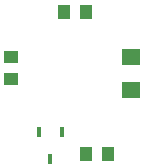
<source format=gbr>
G04 DipTrace 2.4.0.1*
%INTopPaste.gbr*%
%MOIN*%
%ADD34R,0.0511X0.0432*%
%ADD36R,0.0432X0.0511*%
%ADD38R,0.0176X0.0333*%
%ADD40R,0.0629X0.055*%
%FSLAX44Y44*%
G04*
G70*
G90*
G75*
G01*
%LNTopPaste*%
%LPD*%
D40*
X8815Y7815D3*
Y6713D3*
D38*
X6503Y5315D3*
X5754D3*
X6128Y4409D3*
D36*
X6565Y9315D3*
X7313D3*
D34*
X4815Y7061D3*
Y7809D3*
D36*
X7311Y4565D3*
X8059D3*
M02*

</source>
